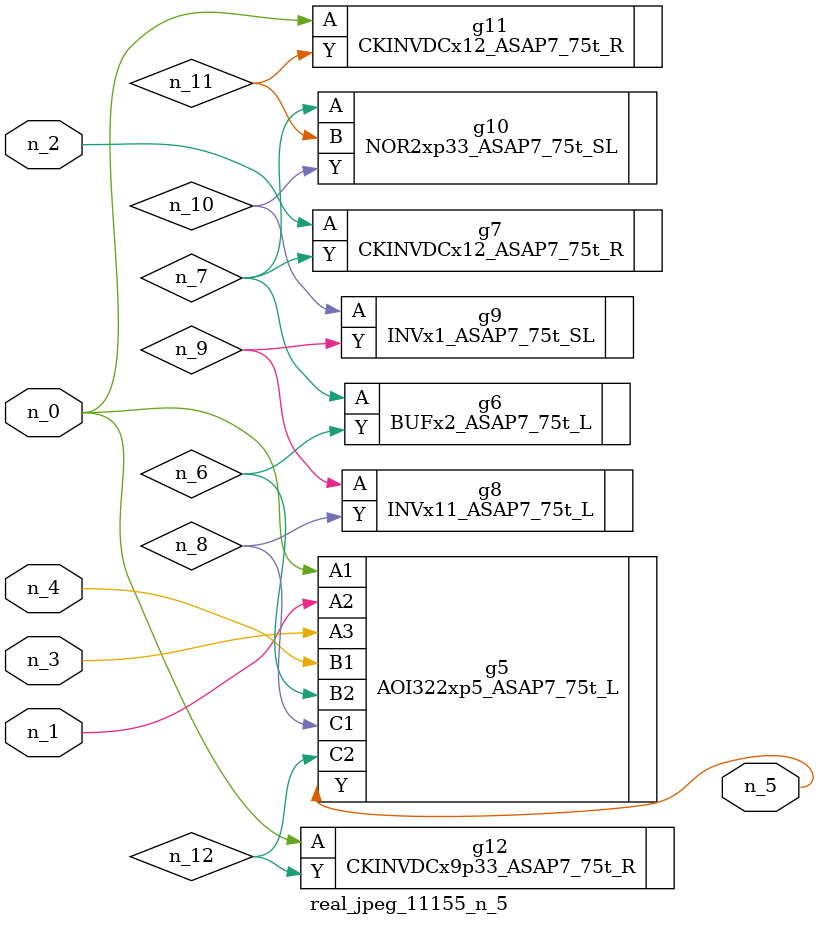
<source format=v>
module real_jpeg_11155_n_5 (n_4, n_0, n_1, n_2, n_3, n_5);

input n_4;
input n_0;
input n_1;
input n_2;
input n_3;

output n_5;

wire n_12;
wire n_8;
wire n_11;
wire n_6;
wire n_7;
wire n_10;
wire n_9;

AOI322xp5_ASAP7_75t_L g5 ( 
.A1(n_0),
.A2(n_1),
.A3(n_3),
.B1(n_4),
.B2(n_6),
.C1(n_8),
.C2(n_12),
.Y(n_5)
);

CKINVDCx12_ASAP7_75t_R g11 ( 
.A(n_0),
.Y(n_11)
);

CKINVDCx9p33_ASAP7_75t_R g12 ( 
.A(n_0),
.Y(n_12)
);

CKINVDCx12_ASAP7_75t_R g7 ( 
.A(n_2),
.Y(n_7)
);

BUFx2_ASAP7_75t_L g6 ( 
.A(n_7),
.Y(n_6)
);

NOR2xp33_ASAP7_75t_SL g10 ( 
.A(n_7),
.B(n_11),
.Y(n_10)
);

INVx11_ASAP7_75t_L g8 ( 
.A(n_9),
.Y(n_8)
);

INVx1_ASAP7_75t_SL g9 ( 
.A(n_10),
.Y(n_9)
);


endmodule
</source>
